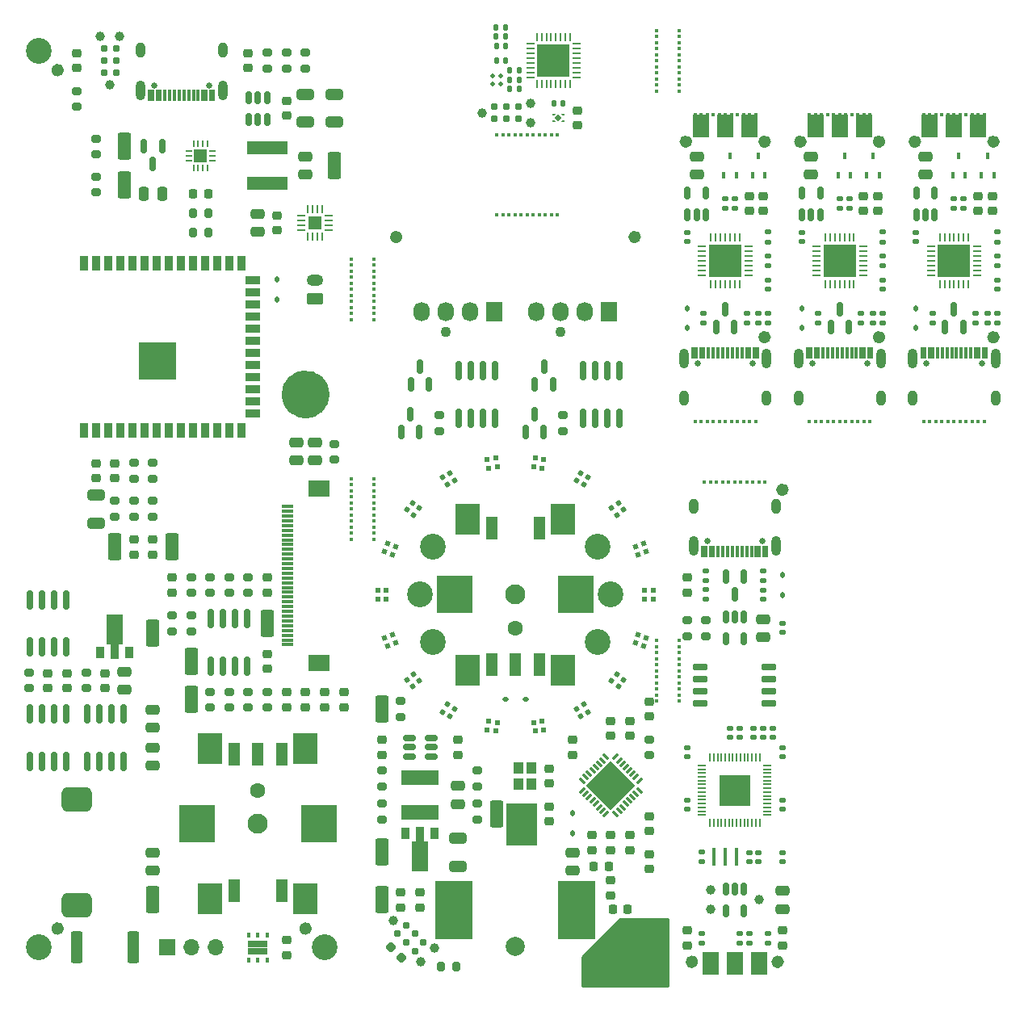
<source format=gbr>
G04 #@! TF.GenerationSoftware,KiCad,Pcbnew,7.0.8*
G04 #@! TF.CreationDate,2023-10-18T02:17:36-07:00*
G04 #@! TF.ProjectId,IotFan,496f7446-616e-42e6-9b69-6361645f7063,rev?*
G04 #@! TF.SameCoordinates,Original*
G04 #@! TF.FileFunction,Soldermask,Top*
G04 #@! TF.FilePolarity,Negative*
%FSLAX46Y46*%
G04 Gerber Fmt 4.6, Leading zero omitted, Abs format (unit mm)*
G04 Created by KiCad (PCBNEW 7.0.8) date 2023-10-18 02:17:36*
%MOMM*%
%LPD*%
G01*
G04 APERTURE LIST*
G04 Aperture macros list*
%AMRoundRect*
0 Rectangle with rounded corners*
0 $1 Rounding radius*
0 $2 $3 $4 $5 $6 $7 $8 $9 X,Y pos of 4 corners*
0 Add a 4 corners polygon primitive as box body*
4,1,4,$2,$3,$4,$5,$6,$7,$8,$9,$2,$3,0*
0 Add four circle primitives for the rounded corners*
1,1,$1+$1,$2,$3*
1,1,$1+$1,$4,$5*
1,1,$1+$1,$6,$7*
1,1,$1+$1,$8,$9*
0 Add four rect primitives between the rounded corners*
20,1,$1+$1,$2,$3,$4,$5,0*
20,1,$1+$1,$4,$5,$6,$7,0*
20,1,$1+$1,$6,$7,$8,$9,0*
20,1,$1+$1,$8,$9,$2,$3,0*%
%AMRotRect*
0 Rectangle, with rotation*
0 The origin of the aperture is its center*
0 $1 length*
0 $2 width*
0 $3 Rotation angle, in degrees counterclockwise*
0 Add horizontal line*
21,1,$1,$2,0,0,$3*%
%AMFreePoly0*
4,1,6,0.110000,-0.125000,-0.110000,-0.125000,-0.290000,0.055000,-0.290000,0.125000,0.110000,0.125000,0.110000,-0.125000,0.110000,-0.125000,$1*%
%AMFreePoly1*
4,1,7,0.110000,-0.125000,-0.110000,-0.125000,-0.290000,-0.125000,-0.290000,-0.055000,-0.110000,0.125000,0.110000,0.125000,0.110000,-0.125000,0.110000,-0.125000,$1*%
%AMFreePoly2*
4,1,6,0.290000,-0.055000,0.290000,-0.125000,-0.110000,-0.125000,-0.110000,0.125000,0.110000,0.125000,0.290000,-0.055000,0.290000,-0.055000,$1*%
%AMFreePoly3*
4,1,5,0.110000,-0.125000,-0.110000,-0.125000,-0.110000,0.125000,0.360000,0.125000,0.110000,-0.125000,0.110000,-0.125000,$1*%
%AMFreePoly4*
4,1,9,3.862500,-0.866500,0.737500,-0.866500,0.737500,-0.450000,-0.737500,-0.450000,-0.737500,0.450000,0.737500,0.450000,0.737500,0.866500,3.862500,0.866500,3.862500,-0.866500,3.862500,-0.866500,$1*%
G04 Aperture macros list end*
%ADD10C,0.254000*%
%ADD11C,0.650000*%
%ADD12C,2.500000*%
%ADD13R,0.450000X0.700000*%
%ADD14RoundRect,0.112500X0.112500X-0.187500X0.112500X0.187500X-0.112500X0.187500X-0.112500X-0.187500X0*%
%ADD15RoundRect,0.140000X-0.170000X0.140000X-0.170000X-0.140000X0.170000X-0.140000X0.170000X0.140000X0*%
%ADD16RoundRect,0.135000X0.185000X-0.135000X0.185000X0.135000X-0.185000X0.135000X-0.185000X-0.135000X0*%
%ADD17C,0.650000*%
%ADD18R,0.300000X1.150000*%
%ADD19O,1.000000X2.100000*%
%ADD20O,1.000000X1.600000*%
%ADD21RoundRect,0.062500X0.062500X-0.337500X0.062500X0.337500X-0.062500X0.337500X-0.062500X-0.337500X0*%
%ADD22RoundRect,0.062500X0.337500X-0.062500X0.337500X0.062500X-0.337500X0.062500X-0.337500X-0.062500X0*%
%ADD23R,3.350000X3.350000*%
%ADD24C,1.152000*%
%ADD25RoundRect,0.218750X0.256250X-0.218750X0.256250X0.218750X-0.256250X0.218750X-0.256250X-0.218750X0*%
%ADD26RoundRect,0.135000X-0.185000X0.135000X-0.185000X-0.135000X0.185000X-0.135000X0.185000X0.135000X0*%
%ADD27RoundRect,0.140000X0.170000X-0.140000X0.170000X0.140000X-0.170000X0.140000X-0.170000X-0.140000X0*%
%ADD28R,1.700000X2.340000*%
%ADD29RoundRect,0.150000X0.150000X-0.587500X0.150000X0.587500X-0.150000X0.587500X-0.150000X-0.587500X0*%
%ADD30RoundRect,0.250000X-0.475000X0.250000X-0.475000X-0.250000X0.475000X-0.250000X0.475000X0.250000X0*%
%ADD31RoundRect,0.150000X0.150000X-0.512500X0.150000X0.512500X-0.150000X0.512500X-0.150000X-0.512500X0*%
%ADD32C,0.380000*%
%ADD33RoundRect,0.250000X-0.450000X1.175000X-0.450000X-1.175000X0.450000X-1.175000X0.450000X1.175000X0*%
%ADD34RotRect,0.500000X0.500000X60.000000*%
%ADD35RoundRect,0.150000X0.150000X-0.825000X0.150000X0.825000X-0.150000X0.825000X-0.150000X-0.825000X0*%
%ADD36RoundRect,0.225000X0.250000X-0.225000X0.250000X0.225000X-0.250000X0.225000X-0.250000X-0.225000X0*%
%ADD37RoundRect,0.250000X0.450000X-1.175000X0.450000X1.175000X-0.450000X1.175000X-0.450000X-1.175000X0*%
%ADD38R,4.000000X1.500000*%
%ADD39RoundRect,0.200000X0.275000X-0.200000X0.275000X0.200000X-0.275000X0.200000X-0.275000X-0.200000X0*%
%ADD40RoundRect,0.112500X0.112500X-0.112500X0.112500X0.112500X-0.112500X0.112500X-0.112500X-0.112500X0*%
%ADD41RotRect,0.500000X0.500000X200.000000*%
%ADD42RotRect,0.500000X0.500000X240.000000*%
%ADD43C,0.990600*%
%ADD44C,0.787400*%
%ADD45RotRect,0.500000X0.500000X160.000000*%
%ADD46RoundRect,0.250000X-0.707107X-0.176777X-0.176777X-0.707107X0.707107X0.176777X0.176777X0.707107X0*%
%ADD47RoundRect,0.150000X0.512500X0.150000X-0.512500X0.150000X-0.512500X-0.150000X0.512500X-0.150000X0*%
%ADD48RoundRect,0.140000X0.140000X0.170000X-0.140000X0.170000X-0.140000X-0.170000X0.140000X-0.170000X0*%
%ADD49RoundRect,0.062500X0.265165X-0.176777X-0.176777X0.265165X-0.265165X0.176777X0.176777X-0.265165X0*%
%ADD50RoundRect,0.062500X0.265165X0.176777X0.176777X0.265165X-0.265165X-0.176777X-0.176777X-0.265165X0*%
%ADD51RotRect,3.650000X3.650000X135.000000*%
%ADD52RoundRect,0.200000X-0.275000X0.200000X-0.275000X-0.200000X0.275000X-0.200000X0.275000X0.200000X0*%
%ADD53C,1.100000*%
%ADD54R,1.730000X2.030000*%
%ADD55O,1.730000X2.030000*%
%ADD56RoundRect,0.135000X-0.135000X-0.185000X0.135000X-0.185000X0.135000X0.185000X-0.135000X0.185000X0*%
%ADD57RoundRect,0.225000X-0.250000X0.225000X-0.250000X-0.225000X0.250000X-0.225000X0.250000X0.225000X0*%
%ADD58C,2.700000*%
%ADD59RotRect,0.500000X0.500000X40.000000*%
%ADD60RoundRect,0.250000X0.475000X-0.250000X0.475000X0.250000X-0.475000X0.250000X-0.475000X-0.250000X0*%
%ADD61R,0.500000X0.500000*%
%ADD62RoundRect,0.218750X0.335876X0.026517X0.026517X0.335876X-0.335876X-0.026517X-0.026517X-0.335876X0*%
%ADD63RotRect,0.500000X0.500000X280.000000*%
%ADD64RotRect,0.500000X0.500000X220.000000*%
%ADD65RotRect,0.500000X0.500000X20.000000*%
%ADD66RotRect,0.500000X0.500000X260.000000*%
%ADD67RoundRect,0.225000X0.225000X0.250000X-0.225000X0.250000X-0.225000X-0.250000X0.225000X-0.250000X0*%
%ADD68RotRect,0.500000X0.500000X120.000000*%
%ADD69RoundRect,0.200000X-0.200000X-0.275000X0.200000X-0.275000X0.200000X0.275000X-0.200000X0.275000X0*%
%ADD70RotRect,0.500000X0.500000X80.000000*%
%ADD71RotRect,0.500000X0.500000X300.000000*%
%ADD72RotRect,0.500000X0.500000X140.000000*%
%ADD73RoundRect,0.112500X-0.187500X-0.112500X0.187500X-0.112500X0.187500X0.112500X-0.187500X0.112500X0*%
%ADD74C,2.000000*%
%ADD75R,3.300000X4.400000*%
%ADD76R,3.900000X6.200000*%
%ADD77RotRect,0.480000X0.480000X225.000000*%
%ADD78FreePoly0,180.000000*%
%ADD79FreePoly1,180.000000*%
%ADD80FreePoly2,180.000000*%
%ADD81FreePoly3,180.000000*%
%ADD82RoundRect,0.250000X-0.650000X0.325000X-0.650000X-0.325000X0.650000X-0.325000X0.650000X0.325000X0*%
%ADD83RoundRect,0.225000X-0.225000X-0.250000X0.225000X-0.250000X0.225000X0.250000X-0.225000X0.250000X0*%
%ADD84R,3.450000X3.450000*%
%ADD85RoundRect,0.062500X-0.062500X-0.375000X0.062500X-0.375000X0.062500X0.375000X-0.062500X0.375000X0*%
%ADD86RoundRect,0.062500X-0.375000X-0.062500X0.375000X-0.062500X0.375000X0.062500X-0.375000X0.062500X0*%
%ADD87RoundRect,0.135000X0.135000X0.185000X-0.135000X0.185000X-0.135000X-0.185000X0.135000X-0.185000X0*%
%ADD88R,1.000000X1.150000*%
%ADD89R,0.900000X1.300000*%
%ADD90FreePoly4,270.000000*%
%ADD91RoundRect,0.218750X-0.256250X0.218750X-0.256250X-0.218750X0.256250X-0.218750X0.256250X0.218750X0*%
%ADD92C,1.600000*%
%ADD93C,2.100000*%
%ADD94R,1.300000X2.400000*%
%ADD95R,2.500000X3.200000*%
%ADD96R,3.750000X4.000000*%
%ADD97RoundRect,0.140000X-0.140000X-0.170000X0.140000X-0.170000X0.140000X0.170000X-0.140000X0.170000X0*%
%ADD98RotRect,0.500000X0.500000X100.000000*%
%ADD99RotRect,0.500000X0.500000X320.000000*%
%ADD100RotRect,0.500000X0.500000X340.000000*%
%ADD101FreePoly4,90.000000*%
%ADD102RoundRect,0.062500X-0.062500X0.375000X-0.062500X-0.375000X0.062500X-0.375000X0.062500X0.375000X0*%
%ADD103RoundRect,0.062500X-0.375000X0.062500X-0.375000X-0.062500X0.375000X-0.062500X0.375000X0.062500X0*%
%ADD104R,1.450000X1.450000*%
%ADD105R,1.300000X0.300000*%
%ADD106R,2.200000X1.800000*%
%ADD107R,4.200000X1.400000*%
%ADD108R,0.450000X0.630000*%
%ADD109R,1.050000X0.800000*%
%ADD110RoundRect,0.150000X-0.150000X0.825000X-0.150000X-0.825000X0.150000X-0.825000X0.150000X0.825000X0*%
%ADD111RoundRect,0.250000X-0.362500X-1.425000X0.362500X-1.425000X0.362500X1.425000X-0.362500X1.425000X0*%
%ADD112R,0.900000X1.500000*%
%ADD113R,1.500000X0.900000*%
%ADD114C,0.600000*%
%ADD115R,3.900000X3.900000*%
%ADD116RoundRect,0.250000X0.625000X-0.350000X0.625000X0.350000X-0.625000X0.350000X-0.625000X-0.350000X0*%
%ADD117O,1.750000X1.200000*%
%ADD118R,1.700000X1.700000*%
%ADD119O,1.700000X1.700000*%
%ADD120RoundRect,0.250000X0.650000X-0.325000X0.650000X0.325000X-0.650000X0.325000X-0.650000X-0.325000X0*%
%ADD121RoundRect,0.650000X-0.950000X0.650000X-0.950000X-0.650000X0.950000X-0.650000X0.950000X0.650000X0*%
%ADD122RoundRect,0.150000X-0.150000X0.587500X-0.150000X-0.587500X0.150000X-0.587500X0.150000X0.587500X0*%
%ADD123RoundRect,0.062500X-0.275000X-0.062500X0.275000X-0.062500X0.275000X0.062500X-0.275000X0.062500X0*%
%ADD124RoundRect,0.062500X-0.062500X-0.275000X0.062500X-0.275000X0.062500X0.275000X-0.062500X0.275000X0*%
%ADD125RoundRect,0.250000X0.250000X0.475000X-0.250000X0.475000X-0.250000X-0.475000X0.250000X-0.475000X0*%
%ADD126R,0.400000X1.900000*%
%ADD127RoundRect,0.150000X-0.150000X0.512500X-0.150000X-0.512500X0.150000X-0.512500X0.150000X0.512500X0*%
%ADD128RoundRect,0.150000X-0.650000X-0.150000X0.650000X-0.150000X0.650000X0.150000X-0.650000X0.150000X0*%
%ADD129R,3.200000X3.200000*%
%ADD130RoundRect,0.050000X-0.050000X-0.387500X0.050000X-0.387500X0.050000X0.387500X-0.050000X0.387500X0*%
%ADD131RoundRect,0.050000X-0.387500X-0.050000X0.387500X-0.050000X0.387500X0.050000X-0.387500X0.050000X0*%
%ADD132RoundRect,0.112500X-0.112500X0.187500X-0.112500X-0.187500X0.112500X-0.187500X0.112500X0.187500X0*%
G04 APERTURE END LIST*
D10*
X116000000Y-141000000D02*
X107000000Y-141000000D01*
X107000000Y-138000000D01*
X111000000Y-134000000D01*
X116000000Y-134000000D01*
X116000000Y-141000000D01*
G36*
X116000000Y-141000000D02*
G01*
X107000000Y-141000000D01*
X107000000Y-138000000D01*
X111000000Y-134000000D01*
X116000000Y-134000000D01*
X116000000Y-141000000D01*
G37*
D11*
X150450000Y-73000000D02*
G75*
G03*
X150450000Y-73000000I-325000J0D01*
G01*
X150450000Y-52500000D02*
G75*
G03*
X150450000Y-52500000I-325000J0D01*
G01*
X142200000Y-52500000D02*
G75*
G03*
X142200000Y-52500000I-325000J0D01*
G01*
X138450000Y-73000000D02*
G75*
G03*
X138450000Y-73000000I-325000J0D01*
G01*
X138450000Y-52500000D02*
G75*
G03*
X138450000Y-52500000I-325000J0D01*
G01*
X130200000Y-52500000D02*
G75*
G03*
X130200000Y-52500000I-325000J0D01*
G01*
X118200000Y-52500000D02*
G75*
G03*
X118200000Y-52500000I-325000J0D01*
G01*
X126450000Y-52500000D02*
G75*
G03*
X126450000Y-52500000I-325000J0D01*
G01*
X126450000Y-73000000D02*
G75*
G03*
X126450000Y-73000000I-325000J0D01*
G01*
X112825000Y-62500000D02*
G75*
G03*
X112825000Y-62500000I-325000J0D01*
G01*
X110325000Y-138000000D02*
G75*
G03*
X110325000Y-138000000I-325000J0D01*
G01*
X87825000Y-62500000D02*
G75*
G03*
X87825000Y-62500000I-325000J0D01*
G01*
X52325000Y-45000000D02*
G75*
G03*
X52325000Y-45000000I-325000J0D01*
G01*
X52325000Y-135000000D02*
G75*
G03*
X52325000Y-135000000I-325000J0D01*
G01*
X78325000Y-135000000D02*
G75*
G03*
X78325000Y-135000000I-325000J0D01*
G01*
D12*
X79250000Y-79000000D02*
G75*
G03*
X79250000Y-79000000I-1250000J0D01*
G01*
D11*
X128325000Y-89000000D02*
G75*
G03*
X128325000Y-89000000I-325000J0D01*
G01*
X118825000Y-138500000D02*
G75*
G03*
X118825000Y-138500000I-325000J0D01*
G01*
X127825000Y-138500000D02*
G75*
G03*
X127825000Y-138500000I-325000J0D01*
G01*
D13*
X148850000Y-56000000D03*
X150150000Y-56000000D03*
X149500000Y-54000000D03*
D14*
X142000000Y-72050000D03*
X142000000Y-69950000D03*
D15*
X149500000Y-70520000D03*
X149500000Y-71480000D03*
D16*
X146000000Y-59510000D03*
X146000000Y-58490000D03*
D17*
X143110000Y-75720000D03*
X148890000Y-75720000D03*
D18*
X142650000Y-74655000D03*
X143450000Y-74655000D03*
X144750000Y-74655000D03*
X145750000Y-74655000D03*
X146250000Y-74655000D03*
X147250000Y-74655000D03*
X148550000Y-74655000D03*
X149350000Y-74655000D03*
X149050000Y-74655000D03*
X148250000Y-74655000D03*
X147750000Y-74655000D03*
X146750000Y-74655000D03*
X145250000Y-74655000D03*
X144250000Y-74655000D03*
X143750000Y-74655000D03*
X142950000Y-74655000D03*
D19*
X141680000Y-75220000D03*
D20*
X141680000Y-79400000D03*
D19*
X150320000Y-75220000D03*
D20*
X150320000Y-79400000D03*
D13*
X145850000Y-56000000D03*
X147150000Y-56000000D03*
X146500000Y-54000000D03*
D21*
X144500000Y-67450000D03*
X145000000Y-67450000D03*
X145500000Y-67450000D03*
X146000000Y-67450000D03*
X146500000Y-67450000D03*
X147000000Y-67450000D03*
X147500000Y-67450000D03*
D22*
X148450000Y-66500000D03*
X148450000Y-66000000D03*
X148450000Y-65500000D03*
X148450000Y-65000000D03*
X148450000Y-64500000D03*
X148450000Y-64000000D03*
X148450000Y-63500000D03*
D21*
X147500000Y-62550000D03*
X147000000Y-62550000D03*
X146500000Y-62550000D03*
X146000000Y-62550000D03*
X145500000Y-62550000D03*
X145000000Y-62550000D03*
X144500000Y-62550000D03*
D22*
X143550000Y-63500000D03*
X143550000Y-64000000D03*
X143550000Y-64500000D03*
X143550000Y-65000000D03*
X143550000Y-65500000D03*
X143550000Y-66000000D03*
X143550000Y-66500000D03*
D23*
X146000000Y-65000000D03*
D15*
X150500000Y-70520000D03*
X150500000Y-71480000D03*
D16*
X147000000Y-59510000D03*
X147000000Y-58490000D03*
D24*
X150125000Y-73000000D03*
D25*
X148500000Y-59787500D03*
X148500000Y-58212500D03*
D26*
X150500000Y-61990000D03*
X150500000Y-63010000D03*
D27*
X150500000Y-67980000D03*
X150500000Y-67020000D03*
D15*
X142000000Y-62020000D03*
X142000000Y-62980000D03*
D25*
X150000000Y-59787500D03*
X150000000Y-58212500D03*
D28*
X143455000Y-50870000D03*
X145995000Y-50870000D03*
X148535000Y-50870000D03*
D24*
X150125000Y-52500000D03*
X141875000Y-52500000D03*
D26*
X150500000Y-64490000D03*
X150500000Y-65510000D03*
D29*
X145050000Y-71937500D03*
X146950000Y-71937500D03*
X146000000Y-70062500D03*
D30*
X143000000Y-54050000D03*
X143000000Y-55950000D03*
D26*
X148250000Y-70490000D03*
X148250000Y-71510000D03*
X143750000Y-70490000D03*
X143750000Y-71510000D03*
D31*
X142050000Y-60137500D03*
X143000000Y-60137500D03*
X143950000Y-60137500D03*
X143950000Y-57862500D03*
X142050000Y-57862500D03*
D13*
X136850000Y-56000000D03*
X138150000Y-56000000D03*
X137500000Y-54000000D03*
D14*
X130000000Y-72050000D03*
X130000000Y-69950000D03*
D15*
X137500000Y-70520000D03*
X137500000Y-71480000D03*
D16*
X134000000Y-59510000D03*
X134000000Y-58490000D03*
D17*
X131110000Y-75720000D03*
X136890000Y-75720000D03*
D18*
X130650000Y-74655000D03*
X131450000Y-74655000D03*
X132750000Y-74655000D03*
X133750000Y-74655000D03*
X134250000Y-74655000D03*
X135250000Y-74655000D03*
X136550000Y-74655000D03*
X137350000Y-74655000D03*
X137050000Y-74655000D03*
X136250000Y-74655000D03*
X135750000Y-74655000D03*
X134750000Y-74655000D03*
X133250000Y-74655000D03*
X132250000Y-74655000D03*
X131750000Y-74655000D03*
X130950000Y-74655000D03*
D19*
X129680000Y-75220000D03*
D20*
X129680000Y-79400000D03*
D19*
X138320000Y-75220000D03*
D20*
X138320000Y-79400000D03*
D13*
X133850000Y-56000000D03*
X135150000Y-56000000D03*
X134500000Y-54000000D03*
D21*
X132500000Y-67450000D03*
X133000000Y-67450000D03*
X133500000Y-67450000D03*
X134000000Y-67450000D03*
X134500000Y-67450000D03*
X135000000Y-67450000D03*
X135500000Y-67450000D03*
D22*
X136450000Y-66500000D03*
X136450000Y-66000000D03*
X136450000Y-65500000D03*
X136450000Y-65000000D03*
X136450000Y-64500000D03*
X136450000Y-64000000D03*
X136450000Y-63500000D03*
D21*
X135500000Y-62550000D03*
X135000000Y-62550000D03*
X134500000Y-62550000D03*
X134000000Y-62550000D03*
X133500000Y-62550000D03*
X133000000Y-62550000D03*
X132500000Y-62550000D03*
D22*
X131550000Y-63500000D03*
X131550000Y-64000000D03*
X131550000Y-64500000D03*
X131550000Y-65000000D03*
X131550000Y-65500000D03*
X131550000Y-66000000D03*
X131550000Y-66500000D03*
D23*
X134000000Y-65000000D03*
D15*
X138500000Y-70520000D03*
X138500000Y-71480000D03*
D16*
X135000000Y-59510000D03*
X135000000Y-58490000D03*
D24*
X138125000Y-73000000D03*
D25*
X136500000Y-59787500D03*
X136500000Y-58212500D03*
D26*
X138500000Y-61990000D03*
X138500000Y-63010000D03*
D27*
X138500000Y-67980000D03*
X138500000Y-67020000D03*
D15*
X130000000Y-62020000D03*
X130000000Y-62980000D03*
D25*
X138000000Y-59787500D03*
X138000000Y-58212500D03*
D28*
X131455000Y-50870000D03*
X133995000Y-50870000D03*
X136535000Y-50870000D03*
D24*
X138125000Y-52500000D03*
X129875000Y-52500000D03*
D26*
X138500000Y-64490000D03*
X138500000Y-65510000D03*
D29*
X133050000Y-71937500D03*
X134950000Y-71937500D03*
X134000000Y-70062500D03*
D30*
X131000000Y-54050000D03*
X131000000Y-55950000D03*
D26*
X136250000Y-70490000D03*
X136250000Y-71510000D03*
X131750000Y-70490000D03*
X131750000Y-71510000D03*
D31*
X130050000Y-60137500D03*
X131000000Y-60137500D03*
X131950000Y-60137500D03*
X131950000Y-57862500D03*
X130050000Y-57862500D03*
D32*
X149175000Y-49690000D03*
X148540000Y-49690000D03*
X147905000Y-49690000D03*
X147270000Y-49690000D03*
X146635000Y-49690000D03*
X146000000Y-49690000D03*
X145365000Y-49690000D03*
X144730000Y-49690000D03*
X144095000Y-49690000D03*
X143460000Y-49690000D03*
X142825000Y-49690000D03*
X130825000Y-81810000D03*
X131460000Y-81810000D03*
X132095000Y-81810000D03*
X132730000Y-81810000D03*
X133365000Y-81810000D03*
X134000000Y-81810000D03*
X134635000Y-81810000D03*
X135270000Y-81810000D03*
X135905000Y-81810000D03*
X136540000Y-81810000D03*
X137175000Y-81810000D03*
X142825000Y-81810000D03*
X143460000Y-81810000D03*
X144095000Y-81810000D03*
X144730000Y-81810000D03*
X145365000Y-81810000D03*
X146000000Y-81810000D03*
X146635000Y-81810000D03*
X147270000Y-81810000D03*
X147905000Y-81810000D03*
X148540000Y-81810000D03*
X149175000Y-81810000D03*
X137175000Y-49690000D03*
X136540000Y-49690000D03*
X135905000Y-49690000D03*
X135270000Y-49690000D03*
X134635000Y-49690000D03*
X134000000Y-49690000D03*
X133365000Y-49690000D03*
X132730000Y-49690000D03*
X132095000Y-49690000D03*
X131460000Y-49690000D03*
X130825000Y-49690000D03*
X125175000Y-81810000D03*
X124540000Y-81810000D03*
X123905000Y-81810000D03*
X123270000Y-81810000D03*
X122635000Y-81810000D03*
X122000000Y-81810000D03*
X121365000Y-81810000D03*
X120730000Y-81810000D03*
X120095000Y-81810000D03*
X119460000Y-81810000D03*
X118825000Y-81810000D03*
X114810000Y-47175000D03*
X117190000Y-47175000D03*
X114810000Y-46540000D03*
X117190000Y-46540000D03*
X114810000Y-45905000D03*
X117190000Y-45905000D03*
X114810000Y-45270000D03*
X117190000Y-45270000D03*
X114810000Y-44635000D03*
X117190000Y-44635000D03*
X114810000Y-44000000D03*
X117190000Y-44000000D03*
X114810000Y-43365000D03*
X117190000Y-43365000D03*
X114810000Y-42730000D03*
X117190000Y-42730000D03*
X114810000Y-42095000D03*
X117190000Y-42095000D03*
X114810000Y-41460000D03*
X117190000Y-41460000D03*
X114810000Y-40825000D03*
X117190000Y-40825000D03*
X125175000Y-49690000D03*
X124540000Y-49690000D03*
X123905000Y-49690000D03*
X123270000Y-49690000D03*
X122635000Y-49690000D03*
X122000000Y-49690000D03*
X121365000Y-49690000D03*
X120730000Y-49690000D03*
X120095000Y-49690000D03*
X119460000Y-49690000D03*
X118825000Y-49690000D03*
D31*
X118050000Y-57862500D03*
X119950000Y-57862500D03*
X119950000Y-60137500D03*
X119000000Y-60137500D03*
X118050000Y-60137500D03*
D26*
X119750000Y-71510000D03*
X119750000Y-70490000D03*
X124250000Y-71510000D03*
X124250000Y-70490000D03*
D30*
X119000000Y-55950000D03*
X119000000Y-54050000D03*
D29*
X122000000Y-70062500D03*
X122950000Y-71937500D03*
X121050000Y-71937500D03*
D26*
X126500000Y-65510000D03*
X126500000Y-64490000D03*
D24*
X117875000Y-52500000D03*
X126125000Y-52500000D03*
D28*
X119455000Y-50870000D03*
X121995000Y-50870000D03*
X124535000Y-50870000D03*
D25*
X126000000Y-58212500D03*
X126000000Y-59787500D03*
D15*
X118000000Y-62980000D03*
X118000000Y-62020000D03*
D27*
X126500000Y-67020000D03*
X126500000Y-67980000D03*
D26*
X126500000Y-63010000D03*
X126500000Y-61990000D03*
D25*
X124500000Y-58212500D03*
X124500000Y-59787500D03*
D24*
X126125000Y-73000000D03*
D16*
X123000000Y-58490000D03*
X123000000Y-59510000D03*
D15*
X126500000Y-71480000D03*
X126500000Y-70520000D03*
D23*
X122000000Y-65000000D03*
D22*
X119550000Y-66500000D03*
X119550000Y-66000000D03*
X119550000Y-65500000D03*
X119550000Y-65000000D03*
X119550000Y-64500000D03*
X119550000Y-64000000D03*
X119550000Y-63500000D03*
D21*
X120500000Y-62550000D03*
X121000000Y-62550000D03*
X121500000Y-62550000D03*
X122000000Y-62550000D03*
X122500000Y-62550000D03*
X123000000Y-62550000D03*
X123500000Y-62550000D03*
D22*
X124450000Y-63500000D03*
X124450000Y-64000000D03*
X124450000Y-64500000D03*
X124450000Y-65000000D03*
X124450000Y-65500000D03*
X124450000Y-66000000D03*
X124450000Y-66500000D03*
D21*
X123500000Y-67450000D03*
X123000000Y-67450000D03*
X122500000Y-67450000D03*
X122000000Y-67450000D03*
X121500000Y-67450000D03*
X121000000Y-67450000D03*
X120500000Y-67450000D03*
D13*
X122500000Y-54000000D03*
X123150000Y-56000000D03*
X121850000Y-56000000D03*
D20*
X126320000Y-79400000D03*
D19*
X126320000Y-75220000D03*
D20*
X117680000Y-79400000D03*
D19*
X117680000Y-75220000D03*
D18*
X118950000Y-74655000D03*
X119750000Y-74655000D03*
X120250000Y-74655000D03*
X121250000Y-74655000D03*
X122750000Y-74655000D03*
X123750000Y-74655000D03*
X124250000Y-74655000D03*
X125050000Y-74655000D03*
X125350000Y-74655000D03*
X124550000Y-74655000D03*
X123250000Y-74655000D03*
X122250000Y-74655000D03*
X121750000Y-74655000D03*
X120750000Y-74655000D03*
X119450000Y-74655000D03*
X118650000Y-74655000D03*
D17*
X124890000Y-75720000D03*
X119110000Y-75720000D03*
D16*
X122000000Y-58490000D03*
X122000000Y-59510000D03*
D15*
X125500000Y-71480000D03*
X125500000Y-70520000D03*
D14*
X118000000Y-69950000D03*
X118000000Y-72050000D03*
D13*
X125500000Y-54000000D03*
X126150000Y-56000000D03*
X124850000Y-56000000D03*
D32*
X98075000Y-51810000D03*
X98710000Y-51810000D03*
X99345000Y-51810000D03*
X99980000Y-51810000D03*
X100615000Y-51810000D03*
X101250000Y-51810000D03*
X101885000Y-51810000D03*
X102520000Y-51810000D03*
X103155000Y-51810000D03*
X103790000Y-51810000D03*
X104425000Y-51810000D03*
X104425000Y-60190000D03*
X103790000Y-60190000D03*
X103155000Y-60190000D03*
X102520000Y-60190000D03*
X101885000Y-60190000D03*
X101250000Y-60190000D03*
X100615000Y-60190000D03*
X99980000Y-60190000D03*
X99345000Y-60190000D03*
X98710000Y-60190000D03*
X98075000Y-60190000D03*
X119825000Y-88190000D03*
X121095000Y-88190000D03*
X126175000Y-88190000D03*
X121730000Y-88190000D03*
X123635000Y-88190000D03*
X122365000Y-88190000D03*
X125540000Y-88190000D03*
X123000000Y-88190000D03*
X124270000Y-88190000D03*
X124905000Y-88190000D03*
X120460000Y-88190000D03*
D33*
X86000000Y-112000000D03*
D32*
X82810000Y-71175000D03*
X85190000Y-71175000D03*
X82810000Y-70540000D03*
X85190000Y-70540000D03*
X82810000Y-69905000D03*
X85190000Y-69905000D03*
X82810000Y-69270000D03*
X85190000Y-69270000D03*
X82810000Y-68635000D03*
X85190000Y-68635000D03*
X82810000Y-68000000D03*
X85190000Y-68000000D03*
X82810000Y-67365000D03*
X85190000Y-67365000D03*
X82810000Y-66730000D03*
X85190000Y-66730000D03*
X82810000Y-66095000D03*
X85190000Y-66095000D03*
X82810000Y-65460000D03*
X85190000Y-65460000D03*
X82810000Y-64825000D03*
X85190000Y-64825000D03*
D34*
X106385289Y-88040711D03*
X107164711Y-88490711D03*
X107614711Y-87711289D03*
X106835289Y-87261289D03*
D35*
X94095000Y-81475000D03*
X95365000Y-81475000D03*
X96635000Y-81475000D03*
X97905000Y-81475000D03*
X97905000Y-76525000D03*
X96635000Y-76525000D03*
X95365000Y-76525000D03*
X94095000Y-76525000D03*
X107095000Y-81475000D03*
X108365000Y-81475000D03*
X109635000Y-81475000D03*
X110905000Y-81475000D03*
X110905000Y-76525000D03*
X109635000Y-76525000D03*
X108365000Y-76525000D03*
X107095000Y-76525000D03*
D36*
X110000000Y-114775000D03*
X110000000Y-113225000D03*
D29*
X89050000Y-77937500D03*
X90950000Y-77937500D03*
X90000000Y-76062500D03*
D37*
X86000000Y-127000000D03*
D38*
X90000000Y-119200000D03*
X90000000Y-122800000D03*
D39*
X105000000Y-82825000D03*
X105000000Y-81175000D03*
D40*
X98425000Y-46425000D03*
X98425000Y-45575000D03*
X97575000Y-45575000D03*
X97575000Y-46425000D03*
D39*
X86000000Y-123575000D03*
X86000000Y-121925000D03*
D41*
X87420771Y-105056953D03*
X87112953Y-104211229D03*
X86267229Y-104519047D03*
X86575047Y-105364771D03*
D42*
X93614711Y-111959289D03*
X92835289Y-111509289D03*
X92385289Y-112288711D03*
X93164711Y-112738711D03*
D43*
X87203949Y-134203949D03*
X91514472Y-137077631D03*
X90077631Y-138514472D03*
D44*
X87652962Y-135550987D03*
X88550987Y-134652962D03*
X88550987Y-136449013D03*
X89449013Y-135550987D03*
X89449013Y-137347038D03*
X90347038Y-136449013D03*
D24*
X112500000Y-62500000D03*
D44*
X100310000Y-48865000D03*
X100310000Y-50135000D03*
X99040000Y-48865000D03*
X99040000Y-50135000D03*
X97770000Y-48865000D03*
X97770000Y-50135000D03*
D43*
X101580000Y-50516000D03*
X101580000Y-48484000D03*
X96500000Y-49500000D03*
D45*
X87112953Y-95788771D03*
X87420771Y-94943047D03*
X86575047Y-94635229D03*
X86267229Y-95480953D03*
D46*
X110510051Y-135510051D03*
X112489949Y-137489949D03*
D47*
X91137500Y-116950000D03*
X91137500Y-116000000D03*
X91137500Y-115050000D03*
X88862500Y-115050000D03*
X88862500Y-116000000D03*
X88862500Y-116950000D03*
D39*
X92000000Y-82825000D03*
X92000000Y-81175000D03*
D48*
X98020000Y-42500000D03*
X98980000Y-42500000D03*
D49*
X110512652Y-122987526D03*
X110866206Y-122633973D03*
X111219759Y-122280419D03*
X111573313Y-121926866D03*
X111926866Y-121573313D03*
X112280419Y-121219759D03*
X112633973Y-120866206D03*
X112987526Y-120512652D03*
D50*
X112987526Y-119487348D03*
X112633973Y-119133794D03*
X112280419Y-118780241D03*
X111926866Y-118426687D03*
X111573313Y-118073134D03*
X111219759Y-117719581D03*
X110866206Y-117366027D03*
X110512652Y-117012474D03*
D49*
X109487348Y-117012474D03*
X109133794Y-117366027D03*
X108780241Y-117719581D03*
X108426687Y-118073134D03*
X108073134Y-118426687D03*
X107719581Y-118780241D03*
X107366027Y-119133794D03*
X107012474Y-119487348D03*
D50*
X107012474Y-120512652D03*
X107366027Y-120866206D03*
X107719581Y-121219759D03*
X108073134Y-121573313D03*
X108426687Y-121926866D03*
X108780241Y-122280419D03*
X109133794Y-122633973D03*
X109487348Y-122987526D03*
D51*
X110000000Y-120000000D03*
D52*
X96000000Y-121925000D03*
X96000000Y-123575000D03*
D29*
X88050000Y-82937500D03*
X89950000Y-82937500D03*
X89000000Y-81062500D03*
D53*
X92720000Y-72460000D03*
D54*
X97800000Y-70300000D03*
D55*
X95260000Y-70300000D03*
X92720000Y-70300000D03*
X90180000Y-70300000D03*
D56*
X100410000Y-45000000D03*
X99390000Y-45000000D03*
D57*
X103500000Y-118225000D03*
X103500000Y-119775000D03*
D39*
X114000000Y-116825000D03*
X114000000Y-115175000D03*
D58*
X108660254Y-95000000D03*
D59*
X110091026Y-90945534D03*
X110669534Y-91634974D03*
X111358974Y-91056466D03*
X110780466Y-90367026D03*
D56*
X100410000Y-46000000D03*
X99390000Y-46000000D03*
D52*
X88000000Y-111175000D03*
X88000000Y-112825000D03*
D32*
X117190000Y-104825000D03*
X114810000Y-104825000D03*
X117190000Y-105460000D03*
X114810000Y-105460000D03*
X117190000Y-106095000D03*
X114810000Y-106095000D03*
X117190000Y-106730000D03*
X114810000Y-106730000D03*
X117190000Y-107365000D03*
X114810000Y-107365000D03*
X117190000Y-108000000D03*
X114810000Y-108000000D03*
X117190000Y-108635000D03*
X114810000Y-108635000D03*
X117190000Y-109270000D03*
X114810000Y-109270000D03*
X117190000Y-109905000D03*
X114810000Y-109905000D03*
X117190000Y-110540000D03*
X114810000Y-110540000D03*
X117190000Y-111175000D03*
X114810000Y-111175000D03*
D57*
X86000000Y-115225000D03*
X86000000Y-116775000D03*
D58*
X108660254Y-105000000D03*
D52*
X96000000Y-118425000D03*
X96000000Y-120075000D03*
D60*
X94000000Y-121950000D03*
X94000000Y-120050000D03*
D24*
X110000000Y-138000000D03*
D61*
X113550000Y-99550000D03*
X113550000Y-100450000D03*
X114450000Y-100450000D03*
X114450000Y-99550000D03*
D62*
X88056847Y-138056847D03*
X86943153Y-136943153D03*
D36*
X112000000Y-114775000D03*
X112000000Y-113225000D03*
X103500000Y-123775000D03*
X103500000Y-122225000D03*
D56*
X100410000Y-47000000D03*
X99390000Y-47000000D03*
D57*
X110000000Y-125225000D03*
X110000000Y-126775000D03*
D63*
X102796022Y-113265695D03*
X101909695Y-113421978D03*
X102065978Y-114308305D03*
X102952305Y-114152022D03*
D64*
X89908974Y-109054466D03*
X89330466Y-108365026D03*
X88641026Y-108943534D03*
X89219534Y-109632974D03*
D37*
X98000000Y-123000000D03*
D65*
X112579229Y-94943047D03*
X112887047Y-95788771D03*
X113732771Y-95480953D03*
X113424953Y-94635229D03*
D57*
X94000000Y-115225000D03*
X94000000Y-116775000D03*
D14*
X106000000Y-125050000D03*
X106000000Y-122950000D03*
D66*
X98090305Y-113421978D03*
X97203978Y-113265695D03*
X97047695Y-114152022D03*
X97934022Y-114308305D03*
D57*
X88000000Y-131225000D03*
X88000000Y-132775000D03*
D29*
X101050000Y-82937500D03*
X102950000Y-82937500D03*
X102000000Y-81062500D03*
D32*
X85190000Y-87825000D03*
X82810000Y-87825000D03*
X85190000Y-88460000D03*
X82810000Y-88460000D03*
X85190000Y-89095000D03*
X82810000Y-89095000D03*
X85190000Y-89730000D03*
X82810000Y-89730000D03*
X85190000Y-90365000D03*
X82810000Y-90365000D03*
X85190000Y-91000000D03*
X82810000Y-91000000D03*
X85190000Y-91635000D03*
X82810000Y-91635000D03*
X85190000Y-92270000D03*
X82810000Y-92270000D03*
X85190000Y-92905000D03*
X82810000Y-92905000D03*
X85190000Y-93540000D03*
X82810000Y-93540000D03*
X85190000Y-94175000D03*
X82810000Y-94175000D03*
D67*
X109775000Y-128500000D03*
X108225000Y-128500000D03*
D33*
X86000000Y-132000000D03*
D58*
X90000000Y-100000000D03*
D68*
X92835289Y-88490711D03*
X93614711Y-88040711D03*
X93164711Y-87261289D03*
X92385289Y-87711289D03*
D61*
X86450000Y-100450000D03*
X86450000Y-99550000D03*
X85550000Y-99550000D03*
X85550000Y-100450000D03*
D57*
X90000000Y-131225000D03*
X90000000Y-132775000D03*
D69*
X92175000Y-139000000D03*
X93825000Y-139000000D03*
D70*
X101909695Y-86578022D03*
X102796022Y-86734305D03*
X102952305Y-85847978D03*
X102065978Y-85691695D03*
D53*
X104720000Y-72460000D03*
D54*
X109800000Y-70300000D03*
D55*
X107260000Y-70300000D03*
X104720000Y-70300000D03*
X102180000Y-70300000D03*
D71*
X107164711Y-111509289D03*
X106385289Y-111959289D03*
X106835289Y-112738711D03*
X107614711Y-112288711D03*
D58*
X91339746Y-105000000D03*
D72*
X89330466Y-91634974D03*
X89908974Y-90945534D03*
X89219534Y-90367026D03*
X88641026Y-91056466D03*
D57*
X108000000Y-125225000D03*
X108000000Y-126775000D03*
D73*
X98950000Y-111000000D03*
X101050000Y-111000000D03*
D74*
X100000000Y-136900000D03*
D75*
X100700000Y-124100000D03*
D76*
X93550000Y-133100000D03*
X106450000Y-133100000D03*
D29*
X102050000Y-77937500D03*
X103950000Y-77937500D03*
X103000000Y-76062500D03*
D77*
X104500000Y-50000000D03*
D78*
X103960000Y-50325000D03*
D79*
X103960000Y-49675000D03*
D80*
X105040000Y-49675000D03*
D81*
X105040000Y-50325000D03*
D36*
X106000000Y-116775000D03*
X106000000Y-115225000D03*
D82*
X94000000Y-125525000D03*
X94000000Y-128475000D03*
D58*
X110000000Y-100000000D03*
D30*
X106000000Y-127050000D03*
X106000000Y-128950000D03*
D83*
X110225000Y-133000000D03*
X111775000Y-133000000D03*
D84*
X104000000Y-44000000D03*
D85*
X102250000Y-41562500D03*
X102750000Y-41562500D03*
X103250000Y-41562500D03*
X103750000Y-41562500D03*
X104250000Y-41562500D03*
X104750000Y-41562500D03*
X105250000Y-41562500D03*
X105750000Y-41562500D03*
D86*
X106437500Y-42250000D03*
X106437500Y-42750000D03*
X106437500Y-43250000D03*
X106437500Y-43750000D03*
X106437500Y-44250000D03*
X106437500Y-44750000D03*
X106437500Y-45250000D03*
X106437500Y-45750000D03*
D85*
X105750000Y-46437500D03*
X105250000Y-46437500D03*
X104750000Y-46437500D03*
X104250000Y-46437500D03*
X103750000Y-46437500D03*
X103250000Y-46437500D03*
X102750000Y-46437500D03*
X102250000Y-46437500D03*
D86*
X101562500Y-45750000D03*
X101562500Y-45250000D03*
X101562500Y-44750000D03*
X101562500Y-44250000D03*
X101562500Y-43750000D03*
X101562500Y-43250000D03*
X101562500Y-42750000D03*
X101562500Y-42250000D03*
D87*
X97990000Y-41500000D03*
X99010000Y-41500000D03*
D36*
X114000000Y-112775000D03*
X114000000Y-111225000D03*
D88*
X101700000Y-119875000D03*
X101700000Y-118125000D03*
X100300000Y-118125000D03*
X100300000Y-119875000D03*
D25*
X112000000Y-126787500D03*
X112000000Y-125212500D03*
D48*
X98020000Y-44000000D03*
X98980000Y-44000000D03*
D89*
X91500000Y-125050000D03*
D90*
X90000000Y-125137500D03*
D89*
X88500000Y-125050000D03*
D39*
X86000000Y-120075000D03*
X86000000Y-118425000D03*
D36*
X106500000Y-49225000D03*
X106500000Y-50775000D03*
D87*
X97990000Y-40500000D03*
X99010000Y-40500000D03*
D91*
X110000000Y-129962500D03*
X110000000Y-131537500D03*
D92*
X100000000Y-103500000D03*
D93*
X100000000Y-100000000D03*
D94*
X97500000Y-107300000D03*
X102500000Y-107300000D03*
X100000000Y-107300000D03*
D95*
X95000000Y-107900000D03*
X105000000Y-107900000D03*
D96*
X93625000Y-100000000D03*
X106375000Y-100000000D03*
D95*
X95000000Y-92100000D03*
X105000000Y-92100000D03*
D94*
X102500000Y-93000000D03*
X97500000Y-93000000D03*
D97*
X104980000Y-48500000D03*
X104020000Y-48500000D03*
D57*
X114000000Y-127225000D03*
X114000000Y-128775000D03*
D24*
X87500000Y-62500000D03*
D36*
X114000000Y-124775000D03*
X114000000Y-123225000D03*
D98*
X97203978Y-86734305D03*
X98090305Y-86578022D03*
X97934022Y-85691695D03*
X97047695Y-85847978D03*
D99*
X110669534Y-108365026D03*
X110091026Y-109054466D03*
X110780466Y-109632974D03*
X111358974Y-108943534D03*
D58*
X91339746Y-95000000D03*
D100*
X112887047Y-104211229D03*
X112579229Y-105056953D03*
X113424953Y-105364771D03*
X113732771Y-104519047D03*
D58*
X80000000Y-137000000D03*
D52*
X64000000Y-102175000D03*
X64000000Y-103825000D03*
D33*
X62000000Y-104000000D03*
D89*
X56500000Y-106087500D03*
D101*
X58000000Y-106000000D03*
D89*
X59500000Y-106087500D03*
D102*
X79750000Y-59562500D03*
X79250000Y-59562500D03*
X78750000Y-59562500D03*
X78250000Y-59562500D03*
D103*
X77562500Y-60250000D03*
X77562500Y-60750000D03*
X77562500Y-61250000D03*
X77562500Y-61750000D03*
D102*
X78250000Y-62437500D03*
X78750000Y-62437500D03*
X79250000Y-62437500D03*
X79750000Y-62437500D03*
D103*
X80437500Y-61750000D03*
X80437500Y-61250000D03*
X80437500Y-60750000D03*
X80437500Y-60250000D03*
D104*
X79000000Y-61000000D03*
D52*
X49000000Y-108175000D03*
X49000000Y-109825000D03*
D33*
X62000000Y-132000000D03*
D52*
X72000000Y-98175000D03*
X72000000Y-99825000D03*
D57*
X80000000Y-110225000D03*
X80000000Y-111775000D03*
D52*
X56000000Y-56175000D03*
X56000000Y-57825000D03*
D39*
X70000000Y-111825000D03*
X70000000Y-110175000D03*
D105*
X76150000Y-105250000D03*
X76150000Y-104750000D03*
X76150000Y-104250000D03*
X76150000Y-103750000D03*
X76150000Y-103250000D03*
X76150000Y-102750000D03*
X76150000Y-102250000D03*
X76150000Y-101750000D03*
X76150000Y-101250000D03*
X76150000Y-100750000D03*
X76150000Y-100250000D03*
X76150000Y-99750000D03*
X76150000Y-99250000D03*
X76150000Y-98750000D03*
X76150000Y-98250000D03*
X76150000Y-97750000D03*
X76150000Y-97250000D03*
X76150000Y-96750000D03*
X76150000Y-96250000D03*
X76150000Y-95750000D03*
X76150000Y-95250000D03*
X76150000Y-94750000D03*
X76150000Y-94250000D03*
X76150000Y-93750000D03*
X76150000Y-93250000D03*
X76150000Y-92750000D03*
X76150000Y-92250000D03*
X76150000Y-91750000D03*
X76150000Y-91250000D03*
X76150000Y-90750000D03*
D106*
X79400000Y-107150000D03*
X79400000Y-88850000D03*
D107*
X74000000Y-53150000D03*
X74000000Y-56850000D03*
D33*
X66000000Y-111000000D03*
D60*
X62000000Y-128950000D03*
X62000000Y-127050000D03*
D108*
X72050000Y-138340000D03*
X73000000Y-138340000D03*
X73950000Y-138340000D03*
X73950000Y-135660000D03*
X73000000Y-135660000D03*
X72050000Y-135660000D03*
D109*
X72475000Y-137400000D03*
X73525000Y-137400000D03*
X72475000Y-136600000D03*
X73525000Y-136600000D03*
D52*
X62000000Y-90175000D03*
X62000000Y-91825000D03*
D33*
X64000000Y-95000000D03*
D57*
X64000000Y-98225000D03*
X64000000Y-99775000D03*
D36*
X74000000Y-107775000D03*
X74000000Y-106225000D03*
D52*
X60000000Y-86175000D03*
X60000000Y-87825000D03*
D110*
X58905000Y-112525000D03*
X57635000Y-112525000D03*
X56365000Y-112525000D03*
X55095000Y-112525000D03*
X55095000Y-117475000D03*
X56365000Y-117475000D03*
X57635000Y-117475000D03*
X58905000Y-117475000D03*
D60*
X62000000Y-117950000D03*
X62000000Y-116050000D03*
D24*
X52000000Y-45000000D03*
D83*
X66225000Y-58000000D03*
X67775000Y-58000000D03*
D69*
X66175000Y-62000000D03*
X67825000Y-62000000D03*
D39*
X68000000Y-99825000D03*
X68000000Y-98175000D03*
D52*
X60000000Y-90175000D03*
X60000000Y-91825000D03*
D14*
X75000000Y-69050000D03*
X75000000Y-66950000D03*
D57*
X76000000Y-110225000D03*
X76000000Y-111775000D03*
X82000000Y-110225000D03*
X82000000Y-111775000D03*
X75000000Y-60225000D03*
X75000000Y-61775000D03*
D33*
X59000000Y-57000000D03*
D111*
X54037500Y-137000000D03*
X59962500Y-137000000D03*
D112*
X54740000Y-82750000D03*
X56010000Y-82750000D03*
X57280000Y-82750000D03*
X58550000Y-82750000D03*
X59820000Y-82750000D03*
X61090000Y-82750000D03*
X62360000Y-82750000D03*
X63630000Y-82750000D03*
X64900000Y-82750000D03*
X66170000Y-82750000D03*
X67440000Y-82750000D03*
X68710000Y-82750000D03*
X69980000Y-82750000D03*
X71250000Y-82750000D03*
D113*
X72500000Y-80985000D03*
X72500000Y-79715000D03*
X72500000Y-78445000D03*
X72500000Y-77175000D03*
X72500000Y-75905000D03*
X72500000Y-74635000D03*
X72500000Y-73365000D03*
X72500000Y-72095000D03*
X72500000Y-70825000D03*
X72500000Y-69555000D03*
X72500000Y-68285000D03*
X72500000Y-67015000D03*
D112*
X71250000Y-65250000D03*
X69980000Y-65250000D03*
X68710000Y-65250000D03*
X67440000Y-65250000D03*
X66170000Y-65250000D03*
X64900000Y-65250000D03*
X63630000Y-65250000D03*
X62360000Y-65250000D03*
X61090000Y-65250000D03*
X59820000Y-65250000D03*
X58550000Y-65250000D03*
X57280000Y-65250000D03*
X56010000Y-65250000D03*
X54740000Y-65250000D03*
D114*
X61760000Y-76900000D03*
X63160000Y-76900000D03*
X61060000Y-76200000D03*
X62460000Y-76200000D03*
X63860000Y-76200000D03*
X61760000Y-75500000D03*
D115*
X62460000Y-75500000D03*
D114*
X63160000Y-75500000D03*
X61060000Y-74800000D03*
X62460000Y-74800000D03*
X63860000Y-74800000D03*
X61760000Y-74100000D03*
X63160000Y-74100000D03*
D24*
X52000000Y-135000000D03*
D52*
X56000000Y-52175000D03*
X56000000Y-53825000D03*
D24*
X78000000Y-135000000D03*
D33*
X58000000Y-95000000D03*
D39*
X66000000Y-99825000D03*
X66000000Y-98175000D03*
D58*
X50000000Y-43000000D03*
D52*
X70000000Y-98175000D03*
X70000000Y-99825000D03*
X54000000Y-47175000D03*
X54000000Y-48825000D03*
D57*
X78000000Y-110225000D03*
X78000000Y-111775000D03*
X57000000Y-108225000D03*
X57000000Y-109775000D03*
D33*
X59000000Y-53000000D03*
D35*
X49095000Y-105475000D03*
X50365000Y-105475000D03*
X51635000Y-105475000D03*
X52905000Y-105475000D03*
X52905000Y-100525000D03*
X51635000Y-100525000D03*
X50365000Y-100525000D03*
X49095000Y-100525000D03*
D31*
X72050000Y-50137500D03*
X73000000Y-50137500D03*
X73950000Y-50137500D03*
X73950000Y-47862500D03*
X73000000Y-47862500D03*
X72050000Y-47862500D03*
D60*
X77000000Y-85950000D03*
X77000000Y-84050000D03*
D92*
X73000000Y-120500000D03*
D93*
X73000000Y-124000000D03*
D94*
X75500000Y-116700000D03*
X70500000Y-116700000D03*
X73000000Y-116700000D03*
D95*
X78000000Y-116100000D03*
X68000000Y-116100000D03*
D96*
X79375000Y-124000000D03*
X66625000Y-124000000D03*
D95*
X78000000Y-131900000D03*
X68000000Y-131900000D03*
D94*
X70500000Y-131000000D03*
X75500000Y-131000000D03*
D116*
X79000000Y-69000000D03*
D117*
X79000000Y-67000000D03*
D30*
X59000000Y-108050000D03*
X59000000Y-109950000D03*
D57*
X60000000Y-94225000D03*
X60000000Y-95775000D03*
D25*
X54000000Y-44787500D03*
X54000000Y-43212500D03*
D118*
X63460000Y-137000000D03*
D119*
X66000000Y-137000000D03*
X68540000Y-137000000D03*
D60*
X62000000Y-113950000D03*
X62000000Y-112050000D03*
D120*
X81000000Y-50475000D03*
X81000000Y-47525000D03*
D52*
X68000000Y-110175000D03*
X68000000Y-111825000D03*
D57*
X51000000Y-108225000D03*
X51000000Y-109775000D03*
D36*
X72000000Y-44775000D03*
X72000000Y-43225000D03*
D39*
X78000000Y-44825000D03*
X78000000Y-43175000D03*
D57*
X58000000Y-86225000D03*
X58000000Y-87775000D03*
D30*
X73000000Y-60050000D03*
X73000000Y-61950000D03*
D120*
X78000000Y-50475000D03*
X78000000Y-47525000D03*
D60*
X78000000Y-55950000D03*
X78000000Y-54050000D03*
D121*
X54000000Y-121450000D03*
X54000000Y-132550000D03*
D57*
X62000000Y-94225000D03*
X62000000Y-95775000D03*
D120*
X56000000Y-92475000D03*
X56000000Y-89525000D03*
D52*
X55000000Y-108175000D03*
X55000000Y-109825000D03*
D33*
X66000000Y-107000000D03*
D58*
X50000000Y-137000000D03*
D110*
X52905000Y-112525000D03*
X51635000Y-112525000D03*
X50365000Y-112525000D03*
X49095000Y-112525000D03*
X49095000Y-117475000D03*
X50365000Y-117475000D03*
X51635000Y-117475000D03*
X52905000Y-117475000D03*
D43*
X57500000Y-46540000D03*
X56484000Y-41460000D03*
X58516000Y-41460000D03*
D44*
X58135000Y-45270000D03*
X56865000Y-45270000D03*
X58135000Y-44000000D03*
X56865000Y-44000000D03*
X58135000Y-42730000D03*
X56865000Y-42730000D03*
D39*
X72000000Y-111825000D03*
X72000000Y-110175000D03*
D57*
X74000000Y-98225000D03*
X74000000Y-99775000D03*
D39*
X58000000Y-91825000D03*
X58000000Y-90175000D03*
D57*
X53000000Y-108225000D03*
X53000000Y-109775000D03*
D39*
X76000000Y-44825000D03*
X76000000Y-43175000D03*
D36*
X76000000Y-49775000D03*
X76000000Y-48225000D03*
D60*
X79000000Y-85950000D03*
X79000000Y-84050000D03*
D37*
X81000000Y-55000000D03*
D52*
X74000000Y-110175000D03*
X74000000Y-111825000D03*
D110*
X71905000Y-102525000D03*
X70635000Y-102525000D03*
X69365000Y-102525000D03*
X68095000Y-102525000D03*
X68095000Y-107475000D03*
X69365000Y-107475000D03*
X70635000Y-107475000D03*
X71905000Y-107475000D03*
D122*
X62950000Y-53000000D03*
X61050000Y-53000000D03*
X62000000Y-54875000D03*
D33*
X74000000Y-103000000D03*
D123*
X65737500Y-53500000D03*
X65737500Y-54000000D03*
X65737500Y-54500000D03*
D124*
X66250000Y-55262500D03*
X66750000Y-55262500D03*
X67250000Y-55262500D03*
X67750000Y-55262500D03*
D123*
X68262500Y-54500000D03*
X68262500Y-54000000D03*
X68262500Y-53500000D03*
D124*
X67750000Y-52737500D03*
X67250000Y-52737500D03*
X66750000Y-52737500D03*
X66250000Y-52737500D03*
D104*
X67000000Y-54000000D03*
D57*
X56000000Y-86225000D03*
X56000000Y-87775000D03*
D69*
X66175000Y-60000000D03*
X67825000Y-60000000D03*
D57*
X76000000Y-136225000D03*
X76000000Y-137775000D03*
D52*
X62000000Y-86175000D03*
X62000000Y-87825000D03*
D39*
X81000000Y-85825000D03*
X81000000Y-84175000D03*
X66000000Y-103825000D03*
X66000000Y-102175000D03*
D125*
X62950000Y-58000000D03*
X61050000Y-58000000D03*
D52*
X74000000Y-43175000D03*
X74000000Y-44825000D03*
D17*
X67890000Y-46605000D03*
X62110000Y-46605000D03*
D18*
X68350000Y-47670000D03*
X67550000Y-47670000D03*
X66250000Y-47670000D03*
X65250000Y-47670000D03*
X64750000Y-47670000D03*
X63750000Y-47670000D03*
X62450000Y-47670000D03*
X61650000Y-47670000D03*
X61950000Y-47670000D03*
X62750000Y-47670000D03*
X63250000Y-47670000D03*
X64250000Y-47670000D03*
X65750000Y-47670000D03*
X66750000Y-47670000D03*
X67250000Y-47670000D03*
X68050000Y-47670000D03*
D19*
X69320000Y-47105000D03*
D20*
X69320000Y-42925000D03*
D19*
X60680000Y-47105000D03*
D20*
X60680000Y-42925000D03*
D27*
X123500000Y-114020000D03*
X123500000Y-114980000D03*
D126*
X123200000Y-127500000D03*
X122000000Y-127500000D03*
X120800000Y-127500000D03*
D27*
X125000000Y-114020000D03*
X125000000Y-114980000D03*
X118000000Y-116020000D03*
X118000000Y-116980000D03*
D25*
X118000000Y-98212500D03*
X118000000Y-99787500D03*
D27*
X126000000Y-114020000D03*
X126000000Y-114980000D03*
D127*
X123950000Y-104637500D03*
X122050000Y-104637500D03*
X122050000Y-102362500D03*
X123000000Y-102362500D03*
X123950000Y-102362500D03*
D27*
X128000000Y-127020000D03*
X128000000Y-127980000D03*
D60*
X128000000Y-131050000D03*
X128000000Y-132950000D03*
D15*
X125500000Y-127980000D03*
X125500000Y-127020000D03*
X118000000Y-122480000D03*
X118000000Y-121520000D03*
D16*
X126500000Y-135490000D03*
X126500000Y-136510000D03*
D20*
X118680000Y-90710000D03*
D19*
X118680000Y-94890000D03*
D20*
X127320000Y-90710000D03*
D19*
X127320000Y-94890000D03*
D18*
X126050000Y-95455000D03*
X125250000Y-95455000D03*
X124750000Y-95455000D03*
X123750000Y-95455000D03*
X122250000Y-95455000D03*
X121250000Y-95455000D03*
X120750000Y-95455000D03*
X119950000Y-95455000D03*
X119650000Y-95455000D03*
X120450000Y-95455000D03*
X121750000Y-95455000D03*
X122750000Y-95455000D03*
X123250000Y-95455000D03*
X124250000Y-95455000D03*
X125550000Y-95455000D03*
X126350000Y-95455000D03*
D17*
X120110000Y-94390000D03*
X125890000Y-94390000D03*
D16*
X124500000Y-135490000D03*
X124500000Y-136510000D03*
D24*
X128000000Y-89000000D03*
D91*
X128000000Y-136787500D03*
X128000000Y-135212500D03*
D27*
X128000000Y-103020000D03*
X128000000Y-103980000D03*
D26*
X119500000Y-128010000D03*
X119500000Y-126990000D03*
D15*
X124500000Y-127980000D03*
X124500000Y-127020000D03*
D27*
X128000000Y-116020000D03*
X128000000Y-116980000D03*
D16*
X120000000Y-99490000D03*
X120000000Y-100510000D03*
D15*
X128000000Y-122480000D03*
X128000000Y-121520000D03*
D27*
X127000000Y-114020000D03*
X127000000Y-114980000D03*
D39*
X118000000Y-102675000D03*
X118000000Y-104325000D03*
D127*
X123950000Y-133137500D03*
X122050000Y-133137500D03*
X122050000Y-130862500D03*
X123000000Y-130862500D03*
X123950000Y-130862500D03*
D27*
X122500000Y-114020000D03*
X122500000Y-114980000D03*
D16*
X126000000Y-97490000D03*
X126000000Y-98510000D03*
X120000000Y-97490000D03*
X120000000Y-98510000D03*
D60*
X126000000Y-102550000D03*
X126000000Y-104450000D03*
D24*
X118500000Y-138500000D03*
D128*
X126600000Y-107595000D03*
X126600000Y-108865000D03*
X126600000Y-110135000D03*
X126600000Y-111405000D03*
X119400000Y-111405000D03*
X119400000Y-110135000D03*
X119400000Y-108865000D03*
X119400000Y-107595000D03*
D129*
X123000000Y-120500000D03*
D130*
X120400000Y-117062500D03*
X120800000Y-117062500D03*
X121200000Y-117062500D03*
X121600000Y-117062500D03*
X122000000Y-117062500D03*
X122400000Y-117062500D03*
X122800000Y-117062500D03*
X123200000Y-117062500D03*
X123600000Y-117062500D03*
X124000000Y-117062500D03*
X124400000Y-117062500D03*
X124800000Y-117062500D03*
X125200000Y-117062500D03*
X125600000Y-117062500D03*
D131*
X126437500Y-117900000D03*
X126437500Y-118300000D03*
X126437500Y-118700000D03*
X126437500Y-119100000D03*
X126437500Y-119500000D03*
X126437500Y-119900000D03*
X126437500Y-120300000D03*
X126437500Y-120700000D03*
X126437500Y-121100000D03*
X126437500Y-121500000D03*
X126437500Y-121900000D03*
X126437500Y-122300000D03*
X126437500Y-122700000D03*
X126437500Y-123100000D03*
D130*
X125600000Y-123937500D03*
X125200000Y-123937500D03*
X124800000Y-123937500D03*
X124400000Y-123937500D03*
X124000000Y-123937500D03*
X123600000Y-123937500D03*
X123200000Y-123937500D03*
X122800000Y-123937500D03*
X122400000Y-123937500D03*
X122000000Y-123937500D03*
X121600000Y-123937500D03*
X121200000Y-123937500D03*
X120800000Y-123937500D03*
X120400000Y-123937500D03*
D131*
X119562500Y-123100000D03*
X119562500Y-122700000D03*
X119562500Y-122300000D03*
X119562500Y-121900000D03*
X119562500Y-121500000D03*
X119562500Y-121100000D03*
X119562500Y-120700000D03*
X119562500Y-120300000D03*
X119562500Y-119900000D03*
X119562500Y-119500000D03*
X119562500Y-119100000D03*
X119562500Y-118700000D03*
X119562500Y-118300000D03*
X119562500Y-117900000D03*
D25*
X118000000Y-135212500D03*
X118000000Y-136787500D03*
D26*
X123500000Y-136510000D03*
X123500000Y-135490000D03*
D28*
X120460000Y-138630000D03*
X123000000Y-138630000D03*
X125540000Y-138630000D03*
D26*
X119500000Y-136510000D03*
X119500000Y-135490000D03*
D39*
X120000000Y-102675000D03*
X120000000Y-104325000D03*
D24*
X127500000Y-138500000D03*
D27*
X126000000Y-99520000D03*
X126000000Y-100480000D03*
D132*
X128000000Y-100050000D03*
X128000000Y-97950000D03*
D122*
X123000000Y-99937500D03*
X122050000Y-98062500D03*
X123950000Y-98062500D03*
D43*
X120460000Y-130984000D03*
X120460000Y-133016000D03*
X125540000Y-132000000D03*
M02*

</source>
